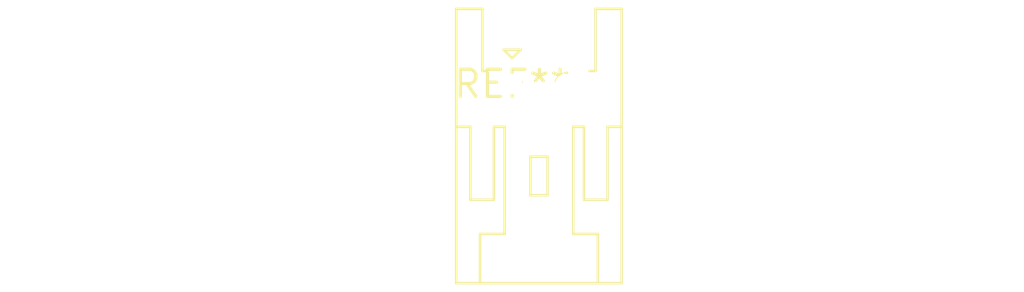
<source format=kicad_pcb>
(kicad_pcb (version 20240108) (generator pcbnew)
  (layers (0 "F.Cu" signal) (31 "B.Cu" signal) (34 "B.Paste" user) (35 "F.Paste" user) (36 "B.SilkS" user "B.Silkscreen") (37 "F.SilkS" user "F.Silkscreen") (38 "B.Mask" user) (39 "F.Mask" user) (44 "Edge.Cuts" user))
  (net 0 "")
  (footprint "JST_XA_S02B-XASK-1_1x02_P2.50mm_Horizontal" (layer "F.Cu") (at 0 0)
    (property "Reference" "REF**")
    (property "Value" "JST_XA_S02B-XASK-1_1x02_P2.50mm_Horizontal")
    (fp_line (start -2.61 -3.51) (end -2.61 9.31) (layer "F.SilkS") (stroke (width 0.12)))
    (fp_line (start -2.61 9.31) (end 5.11 9.31) (layer "F.SilkS") (stroke (width 0.12)))
    (fp_line (start -1.95 2) (end -2.61 2) (layer "F.SilkS") (stroke (width 0.12)))
    (fp_line (start -1.95 5.41) (end -1.95 2) (layer "F.SilkS") (stroke (width 0.12)))
    (fp_line (start -1.5 7.01) (end -0.35 7.01) (layer "F.SilkS") (stroke (width 0.12)))
    (fp_line (start -1.5 9.31) (end -1.5 7.01) (layer "F.SilkS") (stroke (width 0.12)))
    (fp_line (start -1.39 -3.51) (end -2.61 -3.51) (layer "F.SilkS") (stroke (width 0.12)))
    (fp_line (start -1.39 -0.61) (end -1.39 -3.51) (layer "F.SilkS") (stroke (width 0.12)))
    (fp_line (start -1.11 -0.61) (end -1.39 -0.61) (layer "F.SilkS") (stroke (width 0.12)))
    (fp_line (start -0.85 2) (end -0.85 5.41) (layer "F.SilkS") (stroke (width 0.12)))
    (fp_line (start -0.85 5.41) (end -1.95 5.41) (layer "F.SilkS") (stroke (width 0.12)))
    (fp_line (start -0.4 -1.6) (end 0.4 -1.6) (layer "F.SilkS") (stroke (width 0.12)))
    (fp_line (start -0.35 2) (end -0.85 2) (layer "F.SilkS") (stroke (width 0.12)))
    (fp_line (start -0.35 7.01) (end -0.35 2) (layer "F.SilkS") (stroke (width 0.12)))
    (fp_line (start 0 -1.2) (end -0.4 -1.6) (layer "F.SilkS") (stroke (width 0.12)))
    (fp_line (start 0.4 -1.6) (end 0 -1.2) (layer "F.SilkS") (stroke (width 0.12)))
    (fp_line (start 0.85 3.4) (end 1.65 3.4) (layer "F.SilkS") (stroke (width 0.12)))
    (fp_line (start 0.85 5.2) (end 0.85 3.4) (layer "F.SilkS") (stroke (width 0.12)))
    (fp_line (start 1.65 3.4) (end 1.65 5.2) (layer "F.SilkS") (stroke (width 0.12)))
    (fp_line (start 1.65 5.2) (end 0.85 5.2) (layer "F.SilkS") (stroke (width 0.12)))
    (fp_line (start 2.85 2) (end 3.35 2) (layer "F.SilkS") (stroke (width 0.12)))
    (fp_line (start 2.85 7.01) (end 2.85 2) (layer "F.SilkS") (stroke (width 0.12)))
    (fp_line (start 2.85 7.01) (end 4 7.01) (layer "F.SilkS") (stroke (width 0.12)))
    (fp_line (start 3.35 2) (end 3.35 5.41) (layer "F.SilkS") (stroke (width 0.12)))
    (fp_line (start 3.35 5.41) (end 4.45 5.41) (layer "F.SilkS") (stroke (width 0.12)))
    (fp_line (start 3.89 -3.51) (end 3.89 -0.61) (layer "F.SilkS") (stroke (width 0.12)))
    (fp_line (start 3.89 -0.61) (end 3.61 -0.61) (layer "F.SilkS") (stroke (width 0.12)))
    (fp_line (start 4 7.01) (end 4 9.31) (layer "F.SilkS") (stroke (width 0.12)))
    (fp_line (start 4.45 2) (end 5.11 2) (layer "F.SilkS") (stroke (width 0.12)))
    (fp_line (start 4.45 5.41) (end 4.45 2) (layer "F.SilkS") (stroke (width 0.12)))
    (fp_line (start 5.11 -3.51) (end 3.89 -3.51) (layer "F.SilkS") (stroke (width 0.12)))
    (fp_line (start 5.11 9.31) (end 5.11 -3.51) (layer "F.SilkS") (stroke (width 0.12)))
    (pad "" np_thru_hole oval (at 1.25 6.5) (size 2.8 2) (drill oval 2.8 2) (layers *.Cu *.Mask))
    (pad "1" thru_hole roundrect (at 0 0) (size 1.7 1.95) (drill 0.95) (layers *.Cu *.Mask) (remove_unused_layers) (roundrect_rratio 0.147059))
    (pad "2" thru_hole oval (at 2.5 0) (size 1.7 1.95) (drill 0.95) (layers *.Cu *.Mask) (remove_unused_layers))
  )
)
</source>
